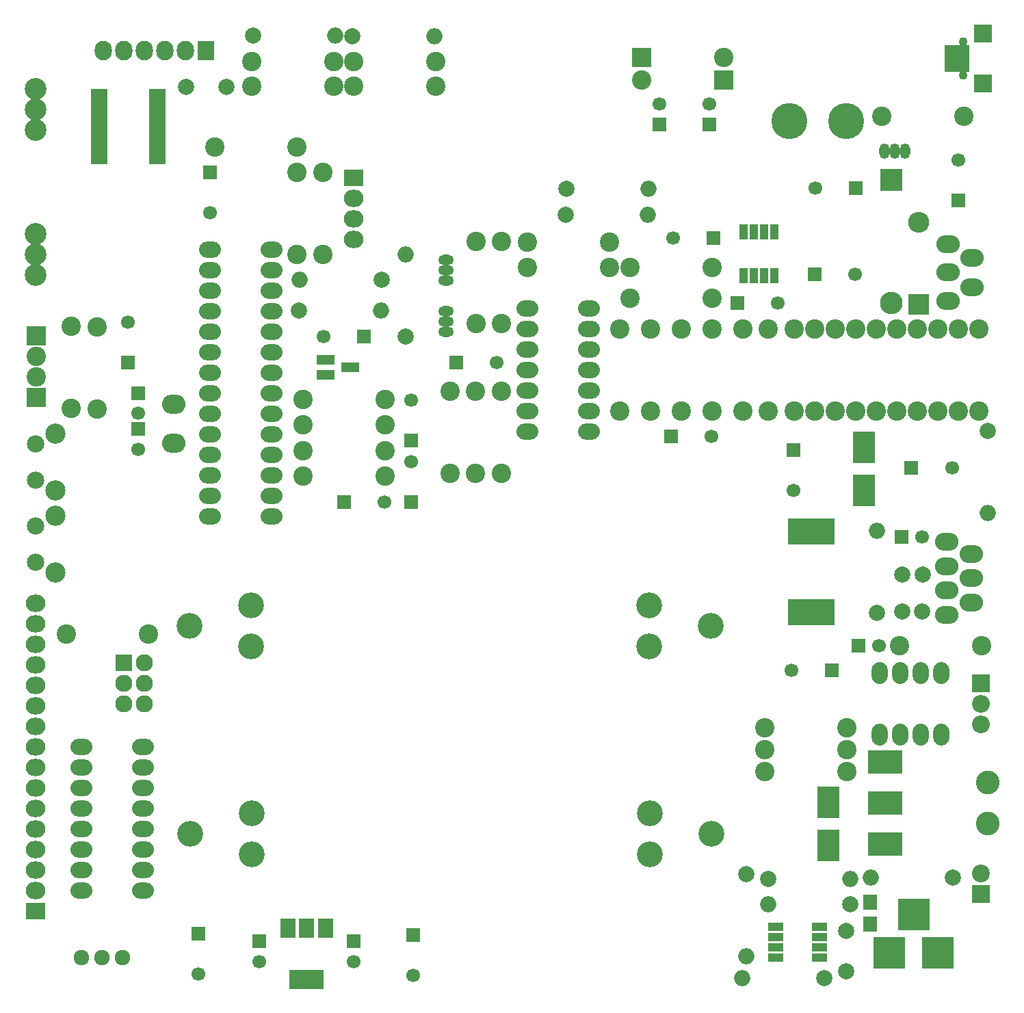
<source format=gts>
G04 #@! TF.FileFunction,Soldermask,Top*
%FSLAX46Y46*%
G04 Gerber Fmt 4.6, Leading zero omitted, Abs format (unit mm)*
G04 Created by KiCad (PCBNEW 4.0.3-stable) date 05/08/17 18:59:47*
%MOMM*%
%LPD*%
G01*
G04 APERTURE LIST*
%ADD10C,0.100000*%
%ADD11C,3.200000*%
%ADD12C,1.100000*%
%ADD13R,2.300000X2.300000*%
%ADD14R,3.100000X0.800000*%
%ADD15R,1.700000X1.700000*%
%ADD16C,1.700000*%
%ADD17C,2.000000*%
%ADD18C,2.398980*%
%ADD19R,2.398980X2.398980*%
%ADD20O,2.000000X2.000000*%
%ADD21R,4.210000X2.940000*%
%ADD22C,2.940000*%
%ADD23R,3.900000X3.900000*%
%ADD24C,2.700000*%
%ADD25O,2.899360X2.398980*%
%ADD26R,2.200000X2.200000*%
%ADD27C,2.200000*%
%ADD28O,2.200000X2.200000*%
%ADD29R,1.950000X1.000000*%
%ADD30O,2.000000X2.700000*%
%ADD31O,1.901140X1.299160*%
%ADD32R,2.400000X2.400000*%
%ADD33C,2.400000*%
%ADD34R,5.800040X3.300680*%
%ADD35C,1.924000*%
%ADD36O,2.700000X2.000000*%
%ADD37C,2.500000*%
%ADD38C,2.150000*%
%ADD39R,2.127200X2.432000*%
%ADD40O,2.127200X2.432000*%
%ADD41R,2.701240X3.900120*%
%ADD42C,4.464000*%
%ADD43R,2.127200X2.127200*%
%ADD44O,2.127200X2.127200*%
%ADD45R,2.432000X2.127200*%
%ADD46O,2.432000X2.127200*%
%ADD47R,1.000000X1.950000*%
%ADD48O,2.899360X2.200860*%
%ADD49O,1.299160X1.901140*%
%ADD50R,2.200860X1.200100*%
%ADD51R,4.200000X2.400000*%
%ADD52R,1.900000X2.400000*%
%ADD53R,2.150000X0.850000*%
%ADD54R,1.700000X1.900000*%
%ADD55R,2.800000X2.800000*%
%ADD56O,2.800000X2.800000*%
%ADD57R,2.700000X3.900000*%
%ADD58R,2.600000X2.600000*%
%ADD59O,2.600000X2.600000*%
G04 APERTURE END LIST*
D10*
D11*
X133564000Y-109000000D03*
X125944000Y-111540000D03*
X125944000Y-106460000D03*
X69090000Y-109000000D03*
X76710000Y-106460000D03*
X76710000Y-111540000D03*
D12*
X164795000Y-40885000D03*
D13*
X167245000Y-41910000D03*
D14*
X164070000Y-40110000D03*
X164070000Y-39460000D03*
X164070000Y-38810000D03*
X164070000Y-38160000D03*
X164070000Y-37510000D03*
D13*
X167245000Y-35710000D03*
D12*
X164795000Y-36735000D03*
D11*
X69176000Y-134730000D03*
X76796000Y-132190000D03*
X76796000Y-137270000D03*
X133650000Y-134730000D03*
X126030000Y-137270000D03*
X126030000Y-132190000D03*
D15*
X71570000Y-52900000D03*
D16*
X71570000Y-57900000D03*
D15*
X61410000Y-76395000D03*
D16*
X61410000Y-71395000D03*
D15*
X88207000Y-93667000D03*
D16*
X93207000Y-93667000D03*
D15*
X96462000Y-93667000D03*
D16*
X96462000Y-88667000D03*
D15*
X96462000Y-86047000D03*
D16*
X96462000Y-81047000D03*
D15*
X90620000Y-73220000D03*
D16*
X85620000Y-73220000D03*
D15*
X102050000Y-76395000D03*
D16*
X107050000Y-76395000D03*
D15*
X133927000Y-61028000D03*
D16*
X128927000Y-61028000D03*
D15*
X136905000Y-69098000D03*
D16*
X141905000Y-69098000D03*
D15*
X128650000Y-85608000D03*
D16*
X133650000Y-85608000D03*
D17*
X150317200Y-151765000D03*
X150317200Y-146765000D03*
D18*
X135197000Y-38673460D03*
D19*
X125037000Y-38673460D03*
D18*
X125037000Y-41472540D03*
D19*
X135197000Y-41472540D03*
D17*
X157251400Y-107213400D03*
X159751400Y-107213400D03*
X157302200Y-102641400D03*
X159802200Y-102641400D03*
X163580000Y-140210000D03*
D20*
X153420000Y-140210000D03*
D17*
X137971600Y-139745600D03*
D20*
X137971600Y-149905600D03*
D17*
X140651600Y-140305600D03*
D20*
X150811600Y-140305600D03*
D17*
X150851600Y-143515600D03*
D20*
X140691600Y-143515600D03*
D17*
X154178000Y-107442000D03*
D20*
X154178000Y-97282000D03*
D17*
X115620800Y-58166000D03*
D20*
X125780800Y-58166000D03*
D17*
X115671600Y-54914800D03*
D20*
X125831600Y-54914800D03*
D17*
X89230200Y-36017200D03*
D20*
X99390200Y-36017200D03*
D17*
X76911200Y-35991800D03*
D20*
X87071200Y-35991800D03*
D21*
X155194000Y-130962400D03*
X155194000Y-125882400D03*
X155194000Y-136042400D03*
D22*
X167894000Y-128422400D03*
X167894000Y-133502400D03*
D23*
X155702000Y-149479000D03*
X161702000Y-149479000D03*
X158702000Y-144779000D03*
D24*
X49980000Y-63060000D03*
X49980000Y-65600000D03*
X49980000Y-60520000D03*
X49974500Y-45085000D03*
X49974500Y-47625000D03*
X49974500Y-42545000D03*
D25*
X67125000Y-81574060D03*
X67125000Y-86455940D03*
D26*
X167050000Y-142200000D03*
D27*
X167050000Y-139660000D03*
D26*
X167050000Y-116150000D03*
D28*
X167050000Y-118690000D03*
X167050000Y-121230000D03*
D29*
X147010000Y-150085000D03*
X147010000Y-148815000D03*
X147010000Y-147545000D03*
X147010000Y-146275000D03*
X141610000Y-146275000D03*
X141610000Y-147545000D03*
X141610000Y-148815000D03*
X141610000Y-150085000D03*
D18*
X121030000Y-64653000D03*
X110870000Y-64653000D03*
X140270000Y-127070000D03*
X150430000Y-127070000D03*
D30*
X154490000Y-122470000D03*
X157030000Y-122470000D03*
X159570000Y-122470000D03*
X162110000Y-122470000D03*
X162110000Y-114850000D03*
X159570000Y-114850000D03*
X157030000Y-114850000D03*
X154490000Y-114850000D03*
D18*
X140715000Y-72273000D03*
X140715000Y-82433000D03*
X137540000Y-72273000D03*
X137540000Y-82433000D03*
X150420000Y-121630000D03*
X140260000Y-121630000D03*
X140270000Y-124360000D03*
X150430000Y-124360000D03*
X93287000Y-87317000D03*
X83127000Y-87317000D03*
X166750000Y-72273000D03*
X166750000Y-82433000D03*
X164210000Y-72273000D03*
X164210000Y-82433000D03*
X161670000Y-72273000D03*
X161670000Y-82433000D03*
X159130000Y-72273000D03*
X159130000Y-82433000D03*
X156590000Y-72273000D03*
X156590000Y-82433000D03*
X154050000Y-72273000D03*
X154050000Y-82433000D03*
X151510000Y-72273000D03*
X151510000Y-82433000D03*
X148970000Y-72273000D03*
X148970000Y-82433000D03*
X146430000Y-72273000D03*
X146430000Y-82433000D03*
X143890000Y-72273000D03*
X143890000Y-82433000D03*
X93287000Y-84142000D03*
X83127000Y-84142000D03*
X93287000Y-80967000D03*
X83127000Y-80967000D03*
X122300000Y-72273000D03*
X122300000Y-82433000D03*
D15*
X148590000Y-114554000D03*
D16*
X143590000Y-114554000D03*
D18*
X133730000Y-72273000D03*
X133730000Y-82433000D03*
D31*
X100780000Y-64965000D03*
X100780000Y-63695000D03*
X100780000Y-66235000D03*
X100780000Y-71315000D03*
X100780000Y-70045000D03*
X100780000Y-72585000D03*
D18*
X104520000Y-71638000D03*
X104520000Y-61478000D03*
X93287000Y-90492000D03*
X83127000Y-90492000D03*
X123570000Y-68463000D03*
X133730000Y-68463000D03*
X133730000Y-64653000D03*
X123570000Y-64653000D03*
X107638000Y-79951000D03*
X107638000Y-90111000D03*
X126110000Y-82433000D03*
X126110000Y-72273000D03*
X129920000Y-72273000D03*
X129920000Y-82433000D03*
X104463000Y-90111000D03*
X104463000Y-79951000D03*
X107695000Y-61478000D03*
X107695000Y-71638000D03*
X101288000Y-79951000D03*
X101288000Y-90111000D03*
X110845600Y-61518800D03*
X121005600Y-61518800D03*
X164915000Y-45915000D03*
X154755000Y-45915000D03*
X76758800Y-39166800D03*
X86918800Y-39166800D03*
X89408000Y-42189400D03*
X99568000Y-42189400D03*
D15*
X157226000Y-98044000D03*
D16*
X159726000Y-98044000D03*
D15*
X151510000Y-54874000D03*
D16*
X146510000Y-54874000D03*
D15*
X62680000Y-80205000D03*
D16*
X62680000Y-82705000D03*
D32*
X50060000Y-80760000D03*
D33*
X50060000Y-78220000D03*
D34*
X146050000Y-97360740D03*
X146050000Y-107363260D03*
D18*
X99568000Y-39192200D03*
X89408000Y-39192200D03*
X76758800Y-42189400D03*
X86918800Y-42189400D03*
X54425000Y-82110000D03*
X54425000Y-71950000D03*
X167132000Y-111506000D03*
X156972000Y-111506000D03*
X85540000Y-63060000D03*
X85540000Y-52900000D03*
X82365000Y-63060000D03*
X82365000Y-52900000D03*
X53790000Y-110050000D03*
X63950000Y-110050000D03*
D35*
X58235000Y-150055000D03*
X55695000Y-150055000D03*
X60775000Y-150055000D03*
D36*
X71570000Y-62425000D03*
X71570000Y-64965000D03*
X71570000Y-67505000D03*
X71570000Y-70045000D03*
X71570000Y-72585000D03*
X71570000Y-75125000D03*
X71570000Y-77665000D03*
X71570000Y-80205000D03*
X71570000Y-82745000D03*
X71570000Y-85285000D03*
X71570000Y-87825000D03*
X71570000Y-90365000D03*
X71570000Y-92905000D03*
X71570000Y-95445000D03*
X79190000Y-95445000D03*
X79190000Y-92905000D03*
X79190000Y-90365000D03*
X79190000Y-87825000D03*
X79190000Y-85285000D03*
X79190000Y-82745000D03*
X79190000Y-80205000D03*
X79190000Y-77665000D03*
X79190000Y-75125000D03*
X79190000Y-72585000D03*
X79190000Y-70045000D03*
X79190000Y-67505000D03*
X79190000Y-64965000D03*
X79190000Y-62425000D03*
D37*
X52470000Y-95400000D03*
D38*
X49980000Y-96660000D03*
X49980000Y-101160000D03*
D37*
X52470000Y-102410000D03*
D39*
X71120000Y-37846000D03*
D40*
X68580000Y-37846000D03*
X66040000Y-37846000D03*
X63500000Y-37846000D03*
X60960000Y-37846000D03*
X58420000Y-37846000D03*
D18*
X72205000Y-49725000D03*
X82365000Y-49725000D03*
D15*
X143780000Y-87260000D03*
D16*
X143780000Y-92260000D03*
D15*
X151892000Y-111506000D03*
D16*
X154392000Y-111506000D03*
D15*
X146430000Y-65542000D03*
D16*
X151430000Y-65542000D03*
D15*
X164210000Y-56398000D03*
D16*
X164210000Y-51398000D03*
D15*
X158420000Y-89490000D03*
D16*
X163420000Y-89490000D03*
D15*
X62680000Y-84650000D03*
D16*
X62680000Y-87150000D03*
D41*
X152500000Y-86879980D03*
X152500000Y-92280020D03*
D32*
X50060000Y-73160000D03*
D33*
X50060000Y-75700000D03*
D42*
X150310000Y-46550000D03*
X143325000Y-46550000D03*
D43*
X60902000Y-113606000D03*
D44*
X63442000Y-113606000D03*
X60902000Y-116146000D03*
X63442000Y-116146000D03*
X60902000Y-118686000D03*
X63442000Y-118686000D03*
D45*
X89350000Y-53535000D03*
D46*
X89350000Y-56075000D03*
X89350000Y-58615000D03*
X89350000Y-61155000D03*
D45*
X49980000Y-144340000D03*
D46*
X49980000Y-141800000D03*
X49980000Y-139260000D03*
X49980000Y-136720000D03*
X49980000Y-134180000D03*
X49980000Y-131640000D03*
X49980000Y-129100000D03*
X49980000Y-126560000D03*
X49980000Y-124020000D03*
X49980000Y-121480000D03*
X49980000Y-118940000D03*
X49980000Y-116400000D03*
X49980000Y-113860000D03*
X49980000Y-111320000D03*
X49980000Y-108780000D03*
X49980000Y-106240000D03*
D37*
X52470000Y-85240000D03*
D38*
X49980000Y-86500000D03*
X49980000Y-91000000D03*
D37*
X52470000Y-92250000D03*
D47*
X141420000Y-60233000D03*
X140150000Y-60233000D03*
X138880000Y-60233000D03*
X137610000Y-60233000D03*
X137610000Y-65633000D03*
X138880000Y-65633000D03*
X140150000Y-65633000D03*
X141420000Y-65633000D03*
D36*
X118490000Y-84973000D03*
X118490000Y-82433000D03*
X118490000Y-79893000D03*
X118490000Y-77353000D03*
X118490000Y-74813000D03*
X118490000Y-72273000D03*
X118490000Y-69733000D03*
X110870000Y-69733000D03*
X110870000Y-72273000D03*
X110870000Y-74813000D03*
X110870000Y-77353000D03*
X110870000Y-79893000D03*
X110870000Y-82433000D03*
X110870000Y-84973000D03*
D48*
X162950160Y-65288000D03*
X162950160Y-61787880D03*
X162950160Y-68788120D03*
X165949900Y-67088860D03*
X165949900Y-63487140D03*
D49*
X156336000Y-50302000D03*
X157606000Y-50302000D03*
X155066000Y-50302000D03*
D50*
X85943860Y-76080000D03*
X85943860Y-77980000D03*
X88946140Y-77030000D03*
D36*
X63315000Y-141800000D03*
X63315000Y-139260000D03*
X63315000Y-136720000D03*
X63315000Y-134180000D03*
X63315000Y-131640000D03*
X63315000Y-129100000D03*
X63315000Y-126560000D03*
X63315000Y-124020000D03*
X55695000Y-124020000D03*
X55695000Y-126560000D03*
X55695000Y-129100000D03*
X55695000Y-131640000D03*
X55695000Y-134180000D03*
X55695000Y-136720000D03*
X55695000Y-139260000D03*
X55695000Y-141800000D03*
D18*
X57660000Y-82160000D03*
X57660000Y-72000000D03*
D15*
X96716000Y-147261000D03*
D16*
X96716000Y-152261000D03*
D15*
X89408000Y-148082000D03*
D16*
X89408000Y-150582000D03*
D15*
X77724000Y-148082000D03*
D16*
X77724000Y-150582000D03*
D15*
X70173000Y-147134000D03*
D16*
X70173000Y-152134000D03*
D15*
X133419000Y-46931000D03*
D16*
X133419000Y-44431000D03*
D15*
X127196000Y-46931000D03*
D16*
X127196000Y-44431000D03*
D48*
X162824160Y-107624000D03*
X162824160Y-98624000D03*
X165823900Y-103124000D03*
X165823900Y-100124000D03*
X165823900Y-106124000D03*
X162824160Y-104624000D03*
X162824160Y-101624000D03*
D51*
X83566000Y-152756000D03*
D52*
X83566000Y-146456000D03*
X81266000Y-146456000D03*
X85866000Y-146456000D03*
D53*
X57868000Y-43019000D03*
X57868000Y-43669000D03*
X57868000Y-44319000D03*
X57868000Y-44969000D03*
X57868000Y-45619000D03*
X57868000Y-46269000D03*
X57868000Y-46919000D03*
X57868000Y-47569000D03*
X57868000Y-48219000D03*
X57868000Y-48869000D03*
X57868000Y-49519000D03*
X57868000Y-50169000D03*
X57868000Y-50819000D03*
X57868000Y-51469000D03*
X65068000Y-51469000D03*
X65068000Y-50819000D03*
X65068000Y-50169000D03*
X65068000Y-49519000D03*
X65068000Y-48869000D03*
X65068000Y-48219000D03*
X65068000Y-47569000D03*
X65068000Y-46919000D03*
X65068000Y-46269000D03*
X65068000Y-45619000D03*
X65068000Y-44969000D03*
X65068000Y-44319000D03*
X65068000Y-43669000D03*
X65068000Y-43019000D03*
D54*
X153330000Y-143210000D03*
X153330000Y-145910000D03*
D55*
X155955000Y-53858000D03*
D56*
X155955000Y-69098000D03*
D57*
X148130000Y-130840000D03*
X148130000Y-136240000D03*
D17*
X167880000Y-84930000D03*
D20*
X167880000Y-95090000D03*
D58*
X159290000Y-69210000D03*
D59*
X159290000Y-59050000D03*
D17*
X73620000Y-42320000D03*
X68620000Y-42320000D03*
X82640000Y-69990000D03*
D20*
X92800000Y-69990000D03*
D17*
X92840000Y-66200000D03*
D20*
X82680000Y-66200000D03*
D17*
X95830000Y-73230000D03*
D20*
X95830000Y-63070000D03*
D17*
X147620000Y-152620000D03*
D20*
X137460000Y-152620000D03*
M02*

</source>
